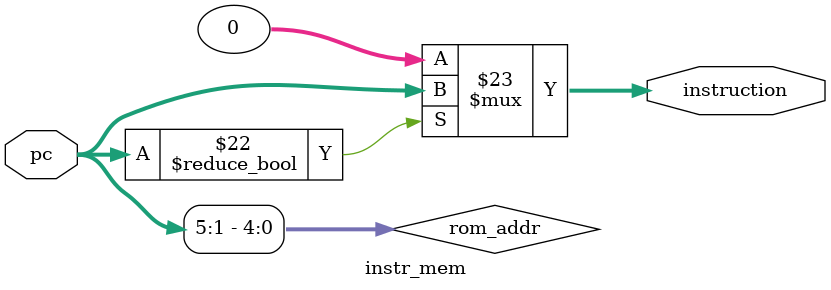
<source format=v>
module instr_mem          // a synthesisable rom implementation  
 (  
      input     [31:0]     pc,  
      output wire    [31:0]          instruction  
 );  
      wire [4: 0] rom_addr = pc[5: 1];   
      reg [31:0] rom[21:0];  
      initial  
      begin  
                rom[0] <= 32'b00100000000010000000000000100000; //addi $t0, $zero, 32 
                rom[1] <= 32'b00100000000010010000000000110111; //addi $t1, $zero, 55  
                rom[2] <= 32'b00000001000010011000000000100100; //and $s0, $t0, $t1 
                rom[3] <= 32'b00000001000010011000000000100101; //or $s0, $t0, $t1  
                rom[4] <= 32'b10101100000100000000000000000100; //sw $s0, 4($zero)  
                rom[5] <= 32'b00000001000010011001000000100010; //sub $s2, $t0, $t1 
                rom[6] <= 32'b10101100000010000000000000001000; //sw $t0, 8($zero)  
                rom[7] <= 32'b00000001000010011001000000100010; //sub $s2, $t0, $t1   
                rom[8] <= 32'b00010010001100100000000000001001; //beq $s1, $s2, error0  
                rom[9] <= 32'b10001100000100010000000000000100; //lw $s1, 4($zero)  
                rom[10] <= 32'b00110010001100100000000001001000; //andi $s2, $s1, 48   
                rom[11] <= 32'b00010010001100100000000000001001; //beq $s1, $s2, error1  
                rom[12] <= 32'b00000010010100011010000000101010; //slt $s4, $s2, $s1 (Last)  
                rom[13] <= 32'b00000010001000001001000000100000; //add $s2, $s1, $0  
                rom[14] <= 32'b00001100000000000000000000001110; //jal last;  
                rom[15] <= 32'b00100000000010000000000000000000; //addi $t0, $0, 0(error0)
                rom[16] <= 32'b00100000000010010000000000000000; //addi $t1, $0, 0 
                rom[17] <= 32'b00100000000010000000000000000001; //addi $t0, $0, 1(error1);
                rom[18] <= 32'b00100000000010010000000000000001; //addi $t1, $0, 1 ;
                rom[19] <= 32'b00110100000010000000000000000000; //ori $t0, $0, 0(error0)
                rom[20] <= 32'b00001000000000000000000000011111; //j EXIT;
      end 
      assign instruction = (pc[31:0] != 0 )? pc[31:0]:32'b0;
 endmodule
</source>
